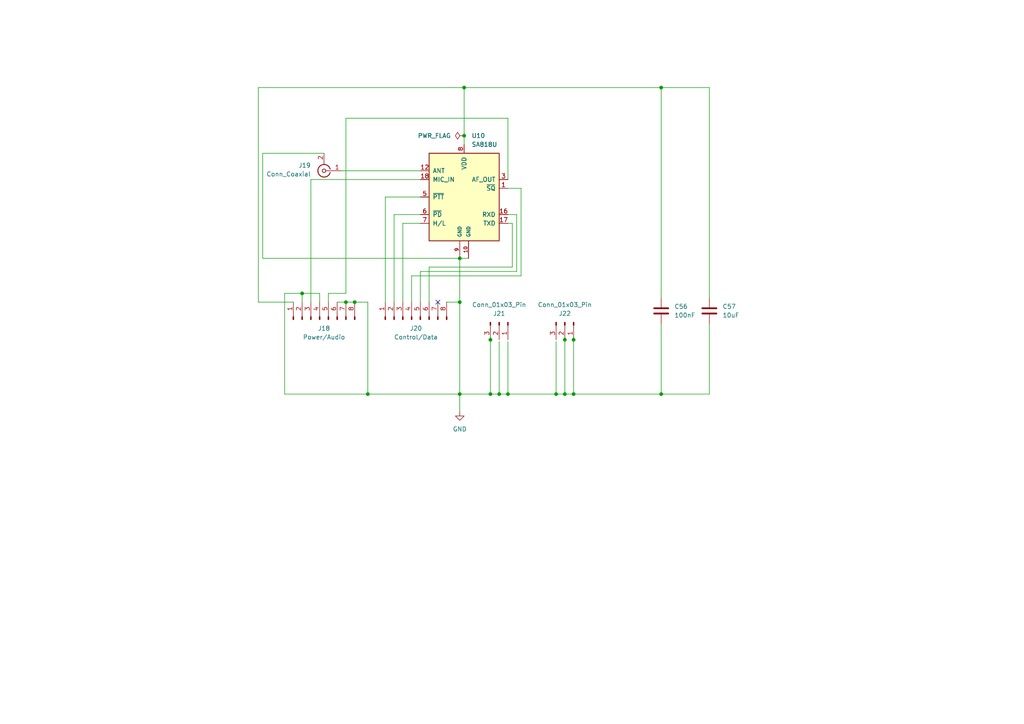
<source format=kicad_sch>
(kicad_sch (version 20250114) (generator "eeschema") (generator_version "9.0")
  (paper "A4")
  (title_block (title "UHF RF Carrier Board") (date "2026-02-15") (rev "0.1") (company "HRV DEFCON SSTV Badge"))
  (lib_symbols
    (symbol "Connector:Conn_01x03_Pin" (pin_names (offset 1.016) (hide yes))
      (property "Reference" "J" (at 0 5.08 0))
      (property "Value" "Conn_01x03_Pin" (at 0 -5.08 0))
      (symbol "Conn_01x03_Pin_1_1"
        (rectangle (start 0.8636 2.667) (end 0 2.413) (stroke (width 0.1524)) (fill (type outline)))
        (rectangle (start 0.8636 0.127) (end 0 -0.127) (stroke (width 0.1524)) (fill (type outline)))
        (rectangle (start 0.8636 -2.413) (end 0 -2.667) (stroke (width 0.1524)) (fill (type outline)))
        (polyline (pts (xy 1.27 2.54) (xy 0.8636 2.54)) (stroke (width 0.1524)))
        (polyline (pts (xy 1.27 0) (xy 0.8636 0)) (stroke (width 0.1524)))
        (polyline (pts (xy 1.27 -2.54) (xy 0.8636 -2.54)) (stroke (width 0.1524)))
        (pin passive line (at 5.08 2.54 180) (length 3.81) (name "Pin_1") (number "1"))
        (pin passive line (at 5.08 0 180) (length 3.81) (name "Pin_2") (number "2"))
        (pin passive line (at 5.08 -2.54 180) (length 3.81) (name "Pin_3") (number "3"))
      )
    )
    (symbol "Connector:Conn_01x08_Pin" (pin_names (offset 1.016) (hide yes))
      (property "Reference" "J" (at 0 10.16 0))
      (property "Value" "Conn_01x08_Pin" (at 0 -12.7 0))
      (symbol "Conn_01x08_Pin_1_1"
        (rectangle (start 0.8636 7.747) (end 0 7.493) (stroke (width 0.1524)) (fill (type outline)))
        (rectangle (start 0.8636 5.207) (end 0 4.953) (stroke (width 0.1524)) (fill (type outline)))
        (rectangle (start 0.8636 2.667) (end 0 2.413) (stroke (width 0.1524)) (fill (type outline)))
        (rectangle (start 0.8636 0.127) (end 0 -0.127) (stroke (width 0.1524)) (fill (type outline)))
        (rectangle (start 0.8636 -2.413) (end 0 -2.667) (stroke (width 0.1524)) (fill (type outline)))
        (rectangle (start 0.8636 -4.953) (end 0 -5.207) (stroke (width 0.1524)) (fill (type outline)))
        (rectangle (start 0.8636 -7.493) (end 0 -7.747) (stroke (width 0.1524)) (fill (type outline)))
        (rectangle (start 0.8636 -10.033) (end 0 -10.287) (stroke (width 0.1524)) (fill (type outline)))
        (polyline (pts (xy 1.27 7.62) (xy 0.8636 7.62)) (stroke (width 0.1524)))
        (polyline (pts (xy 1.27 5.08) (xy 0.8636 5.08)) (stroke (width 0.1524)))
        (polyline (pts (xy 1.27 2.54) (xy 0.8636 2.54)) (stroke (width 0.1524)))
        (polyline (pts (xy 1.27 0) (xy 0.8636 0)) (stroke (width 0.1524)))
        (polyline (pts (xy 1.27 -2.54) (xy 0.8636 -2.54)) (stroke (width 0.1524)))
        (polyline (pts (xy 1.27 -5.08) (xy 0.8636 -5.08)) (stroke (width 0.1524)))
        (polyline (pts (xy 1.27 -7.62) (xy 0.8636 -7.62)) (stroke (width 0.1524)))
        (polyline (pts (xy 1.27 -10.16) (xy 0.8636 -10.16)) (stroke (width 0.1524)))
        (pin passive line (at 5.08 7.62 180) (length 3.81) (name "Pin_1") (number "1"))
        (pin passive line (at 5.08 5.08 180) (length 3.81) (name "Pin_2") (number "2"))
        (pin passive line (at 5.08 2.54 180) (length 3.81) (name "Pin_3") (number "3"))
        (pin passive line (at 5.08 0 180) (length 3.81) (name "Pin_4") (number "4"))
        (pin passive line (at 5.08 -2.54 180) (length 3.81) (name "Pin_5") (number "5"))
        (pin passive line (at 5.08 -5.08 180) (length 3.81) (name "Pin_6") (number "6"))
        (pin passive line (at 5.08 -7.62 180) (length 3.81) (name "Pin_7") (number "7"))
        (pin passive line (at 5.08 -10.16 180) (length 3.81) (name "Pin_8") (number "8"))
      )
    )
    (symbol "Connector:Conn_Coaxial" (pin_names (offset 1.016) (hide yes))
      (property "Reference" "J" (at 0.254 3.048 0))
      (property "Value" "Conn_Coaxial" (at 2.921 0 90))
      (symbol "Conn_Coaxial_0_1"
        (polyline (pts (xy -2.54 0) (xy -0.508 0)))
        (arc (start 1.778 0) (mid 0.222 -1.8079) (end -1.778 -0.508) (stroke (width 0.254)))
        (arc (start -1.778 0.508) (mid 0.2221 1.8084) (end 1.778 0) (stroke (width 0.254)))
        (circle (center 0 0) (radius 0.508) (stroke (width 0.2032)))
        (polyline (pts (xy 0 -2.54) (xy 0 -1.778)))
      )
      (symbol "Conn_Coaxial_1_1"
        (pin passive line (at -5.08 0 0) (length 2.54) (name "In") (number "1"))
        (pin passive line (at 0 -5.08 90) (length 2.54) (name "Ext") (number "2"))
      )
    )
    (symbol "Device:C" (pin_numbers (hide yes)) (pin_names (offset 0.254))
      (property "Reference" "C" (at 0.635 2.54 0))
      (property "Value" "C" (at 0.635 -2.54 0))
      (symbol "C_0_1"
        (polyline (pts (xy -2.032 0.762) (xy 2.032 0.762)) (stroke (width 0.508)))
        (polyline (pts (xy -2.032 -0.762) (xy 2.032 -0.762)) (stroke (width 0.508)))
      )
      (symbol "C_1_1"
        (pin passive line (at 0 3.81 270) (length 2.794) (name "~") (number "1"))
        (pin passive line (at 0 -3.81 90) (length 2.794) (name "~") (number "2"))
      )
    )
    (symbol "VHF_UHF_Modules:SA818V" (pin_names (offset 1.016))
      (property "Reference" "U" (at -10.1661 11.9459 0))
      (property "Value" "SA818V" (at -10.414 -14.478 0))
      (symbol "SA818V_0_0"
        (rectangle (start -10.16 12.7) (end 10.16 -12.7) (stroke (width 0.254)) (fill (type background)))
      )
      (symbol "SA818V_1_0"
        (pin passive line (at -12.7 7.62 0) (length 2.54) (name "ANT") (number "12"))
        (pin input line (at -12.7 5.08 0) (length 2.54) (name "MIC_IN") (number "18"))
        (pin input line (at -12.7 0 0) (length 2.54) (name "~{PTT}") (number "5"))
        (pin input line (at -12.7 -5.08 0) (length 2.54) (name "~{PD}") (number "6"))
        (pin input line (at -12.7 -7.62 0) (length 2.54) (name "H/L") (number "7"))
        (pin power_in line (at -1.27 -17.78 90) (length 5.08) (name "GND") (number "9"))
        (pin power_in line (at 0 15.24 270) (length 2.54) (name "VDD") (number "8"))
        (pin power_in line (at 1.27 -17.78 90) (length 5.08) (name "GND") (number "10"))
        (pin output line (at 12.7 5.08 180) (length 2.54) (name "AF_OUT") (number "3"))
        (pin output line (at 12.7 2.54 180) (length 2.54) (name "~{SQ}") (number "1"))
        (pin input line (at 12.7 -5.08 180) (length 2.54) (name "RXD") (number "16"))
        (pin output line (at 12.7 -7.62 180) (length 2.54) (name "TXD") (number "17"))
      )
    )
    (symbol "power:GND" (power) (pin_numbers (hide yes)) (pin_names (offset 0) (hide yes))
      (property "Value" "GND" (at 0 -3.81 0))
      (symbol "GND_0_1"
        (polyline (pts (xy 0 0) (xy 0 -1.27) (xy 1.27 -1.27) (xy 0 -2.54) (xy -1.27 -1.27) (xy 0 -1.27)))
      )
      (symbol "GND_1_1"
        (pin power_in line (at 0 0 270) (length 0) (name "~") (number "1"))
      )
    )
    (symbol "power:PWR_FLAG" (power) (pin_numbers (hide yes)) (pin_names (offset 0) (hide yes))
      (property "Value" "PWR_FLAG" (at 0 3.81 0))
      (symbol "PWR_FLAG_0_0"
        (pin power_out line (at 0 0 90) (length 0) (name "~") (number "1"))
      )
      (symbol "PWR_FLAG_0_1"
        (polyline (pts (xy 0 0) (xy 0 1.27) (xy -1.016 1.905) (xy 0 2.54) (xy 1.016 1.905) (xy 0 1.27)))
      )
    )
  )
  (junction (at 147.32 114.3))
  (junction (at 163.83 98.552))
  (junction (at 191.77 25.4))
  (junction (at 106.68 114.3))
  (junction (at 191.77 114.3))
  (junction (at 142.24 114.3))
  (junction (at 166.37 114.3))
  (junction (at 100.33 87.63))
  (junction (at 163.83 114.3))
  (junction (at 161.29 114.3))
  (junction (at 144.78 114.3))
  (junction (at 102.87 87.63))
  (junction (at 133.35 87.63))
  (junction (at 134.62 39.37))
  (junction (at 133.35 74.93))
  (junction (at 87.63 85.09))
  (junction (at 166.37 98.552))
  (junction (at 142.24 98.552))
  (junction (at 134.62 25.4))
  (junction (at 133.35 114.3))
  (no_connect (at 127 87.63))
  (wire (pts (xy 149.86 62.23) (xy 149.86 78.74)))
  (wire (pts (xy 121.92 57.15) (xy 111.76 57.15)))
  (wire (pts (xy 191.77 25.4) (xy 191.77 86.36)))
  (wire (pts (xy 121.92 62.23) (xy 114.3 62.23)))
  (wire (pts (xy 124.46 77.47) (xy 124.46 87.63)))
  (wire (pts (xy 111.76 57.15) (xy 111.76 87.63)))
  (wire (pts (xy 191.77 93.98) (xy 191.77 114.3)))
  (wire (pts (xy 148.59 77.47) (xy 124.46 77.47)))
  (wire (pts (xy 151.13 80.01) (xy 119.38 80.01)))
  (wire (pts (xy 144.78 114.3) (xy 147.32 114.3)))
  (wire (pts (xy 92.71 85.09) (xy 87.63 85.09)))
  (wire (pts (xy 142.24 97.79) (xy 142.24 98.552)))
  (wire (pts (xy 147.32 34.29) (xy 100.33 34.29)))
  (wire (pts (xy 142.24 98.552) (xy 142.24 114.3)))
  (wire (pts (xy 119.38 80.01) (xy 119.38 87.63)))
  (wire (pts (xy 87.63 85.09) (xy 82.55 85.09)))
  (wire (pts (xy 116.84 64.77) (xy 116.84 87.63)))
  (wire (pts (xy 134.62 25.4) (xy 191.77 25.4)))
  (wire (pts (xy 166.37 97.79) (xy 166.37 98.552)))
  (wire (pts (xy 148.59 64.77) (xy 148.59 77.47)))
  (wire (pts (xy 121.92 64.77) (xy 116.84 64.77)))
  (wire (pts (xy 76.2 74.93) (xy 133.35 74.93)))
  (wire (pts (xy 147.32 52.07) (xy 147.32 34.29)))
  (wire (pts (xy 205.74 93.98) (xy 205.74 114.3)))
  (wire (pts (xy 99.06 49.53) (xy 121.92 49.53)))
  (wire (pts (xy 134.62 25.4) (xy 74.93 25.4)))
  (wire (pts (xy 166.37 98.552) (xy 166.37 114.3)))
  (wire (pts (xy 106.68 114.3) (xy 133.35 114.3)))
  (wire (pts (xy 82.55 114.3) (xy 106.68 114.3)))
  (wire (pts (xy 133.35 74.93) (xy 133.35 87.63)))
  (wire (pts (xy 133.35 74.93) (xy 135.89 74.93)))
  (wire (pts (xy 147.32 62.23) (xy 149.86 62.23)))
  (wire (pts (xy 144.78 99.06) (xy 144.78 114.3)))
  (wire (pts (xy 163.83 97.79) (xy 163.83 98.552)))
  (wire (pts (xy 134.62 39.37) (xy 134.62 41.91)))
  (wire (pts (xy 142.24 114.3) (xy 144.78 114.3)))
  (wire (pts (xy 129.54 87.63) (xy 133.35 87.63)))
  (wire (pts (xy 106.68 87.63) (xy 106.68 114.3)))
  (wire (pts (xy 114.3 62.23) (xy 114.3 87.63)))
  (wire (pts (xy 133.35 87.63) (xy 133.35 114.3)))
  (wire (pts (xy 191.77 114.3) (xy 205.74 114.3)))
  (wire (pts (xy 74.93 87.63) (xy 85.09 87.63)))
  (wire (pts (xy 191.77 25.4) (xy 205.74 25.4)))
  (wire (pts (xy 87.63 87.63) (xy 87.63 85.09)))
  (wire (pts (xy 151.13 54.61) (xy 151.13 80.01)))
  (wire (pts (xy 134.62 25.4) (xy 134.62 39.37)))
  (wire (pts (xy 97.79 87.63) (xy 100.33 87.63)))
  (wire (pts (xy 147.32 64.77) (xy 148.59 64.77)))
  (wire (pts (xy 100.33 87.63) (xy 102.87 87.63)))
  (wire (pts (xy 149.86 78.74) (xy 121.92 78.74)))
  (wire (pts (xy 161.29 99.06) (xy 161.29 114.3)))
  (wire (pts (xy 147.32 54.61) (xy 151.13 54.61)))
  (wire (pts (xy 100.33 34.29) (xy 100.33 85.09)))
  (wire (pts (xy 102.87 87.63) (xy 106.68 87.63)))
  (wire (pts (xy 133.35 114.3) (xy 133.35 119.38)))
  (wire (pts (xy 147.32 114.3) (xy 161.29 114.3)))
  (wire (pts (xy 205.74 25.4) (xy 205.74 86.36)))
  (wire (pts (xy 163.83 98.552) (xy 163.83 114.3)))
  (wire (pts (xy 121.92 78.74) (xy 121.92 87.63)))
  (wire (pts (xy 93.98 44.45) (xy 76.2 44.45)))
  (wire (pts (xy 76.2 44.45) (xy 76.2 74.93)))
  (wire (pts (xy 92.71 87.63) (xy 92.71 85.09)))
  (wire (pts (xy 82.55 85.09) (xy 82.55 114.3)))
  (wire (pts (xy 74.93 25.4) (xy 74.93 87.63)))
  (wire (pts (xy 166.37 114.3) (xy 191.77 114.3)))
  (wire (pts (xy 161.29 114.3) (xy 163.83 114.3)))
  (wire (pts (xy 121.92 52.07) (xy 90.17 52.07)))
  (wire (pts (xy 90.17 52.07) (xy 90.17 87.63)))
  (wire (pts (xy 95.25 85.09) (xy 95.25 87.63)))
  (wire (pts (xy 133.35 114.3) (xy 142.24 114.3)))
  (wire (pts (xy 100.33 85.09) (xy 95.25 85.09)))
  (wire (pts (xy 163.83 114.3) (xy 166.37 114.3)))
  (wire (pts (xy 147.32 99.06) (xy 147.32 114.3)))
  (symbol (lib_id "Connector:Conn_01x03_Pin") (at 144.78 93.472 270) (unit 1)
    (property "Reference" "J21" (at 144.78 90.932 90))
    (property "Value" "Conn_01x03_Pin" (at 144.78 88.392 90))
    (property "Description" "Generic connector, single row, 01x03, script generated" (effects (hide yes)))
  )
  (symbol (lib_id "Connector:Conn_01x08_Pin") (at 119.38 92.71 90) (unit 1)
    (property "Reference" "J20" (at 120.65 95.25 90))
    (property "Value" "Control/Data" (at 120.65 97.79 90))
    (property "Description" "Generic connector, single row, 01x08, script generated" (effects (hide yes)))
  )
  (symbol (lib_id "Connector:Conn_01x03_Pin") (at 163.83 93.472 270) (unit 1)
    (property "Reference" "J22" (at 163.83 90.932 90))
    (property "Value" "Conn_01x03_Pin" (at 163.83 88.392 90))
    (property "Description" "Generic connector, single row, 01x03, script generated" (effects (hide yes)))
  )
  (symbol (lib_id "Connector:Conn_Coaxial") (at 93.98 49.53 180) (unit 1)
    (property "Reference" "J19" (at 90.17 47.9667 0) (effects (justify left)))
    (property "Value" "Conn_Coaxial" (at 90.17 50.5067 0) (effects (justify left)))
    (property "Description" "coaxial connector (BNC, SMA, SMB, SMC, Cinch/RCA, LEMO, ...)" (effects (hide yes)))
  )
  (symbol (lib_id "power:GND") (at 133.35 119.38 0) (unit 1)
    (property "Reference" "#PWR016" (effects (hide yes)))
    (property "Value" "GND" (at 133.35 124.46 0))
    (property "Description" "Power symbol creates a global label with name \"GND\" , ground" (effects (hide yes)))
  )
  (symbol (lib_id "VHF_UHF_Modules:SA818V") (at 134.62 57.15 0) (unit 1)
    (property "Reference" "U10" (at 136.7633 39.37 0) (effects (justify left)))
    (property "Value" "SA818U" (at 136.7633 41.91 0) (effects (justify left)))
    (property "Footprint" "VHF_UHF_Modules:VHF_UHF_Module_generic" (effects (hide yes)))
    (property "SnapEDA_Link" "https://www.snapeda.com/parts/DRA818V/DORJI/view-part/?ref=snap" (effects (hide yes)))
  )
  (symbol (lib_id "Device:C") (at 205.74 90.17 0) (unit 1)
    (property "Reference" "C57" (at 209.55 88.8999 0) (effects (justify left)))
    (property "Value" "10uF" (at 209.55 91.4399 0) (effects (justify left)))
    (property "Description" "Unpolarized capacitor" (effects (hide yes)))
  )
  (symbol (lib_id "power:PWR_FLAG") (at 134.62 39.37 90) (unit 1)
    (property "Reference" "#FLG05" (effects (hide yes)))
    (property "Value" "PWR_FLAG" (at 130.81 39.3699 90) (effects (justify left)))
    (property "Description" "Special symbol for telling ERC where power comes from" (effects (hide yes)))
  )
  (symbol (lib_id "Device:C") (at 191.77 90.17 0) (unit 1)
    (property "Reference" "C56" (at 195.58 88.8999 0) (effects (justify left)))
    (property "Value" "100nF" (at 195.58 91.4399 0) (effects (justify left)))
    (property "Description" "Unpolarized capacitor" (effects (hide yes)))
  )
  (symbol (lib_id "Connector:Conn_01x08_Pin") (at 92.71 92.71 90) (unit 1)
    (property "Reference" "J18" (at 93.98 95.25 90))
    (property "Value" "Power/Audio" (at 93.98 97.79 90))
    (property "Description" "Generic connector, single row, 01x08, script generated" (effects (hide yes)))
  )
)
</source>
